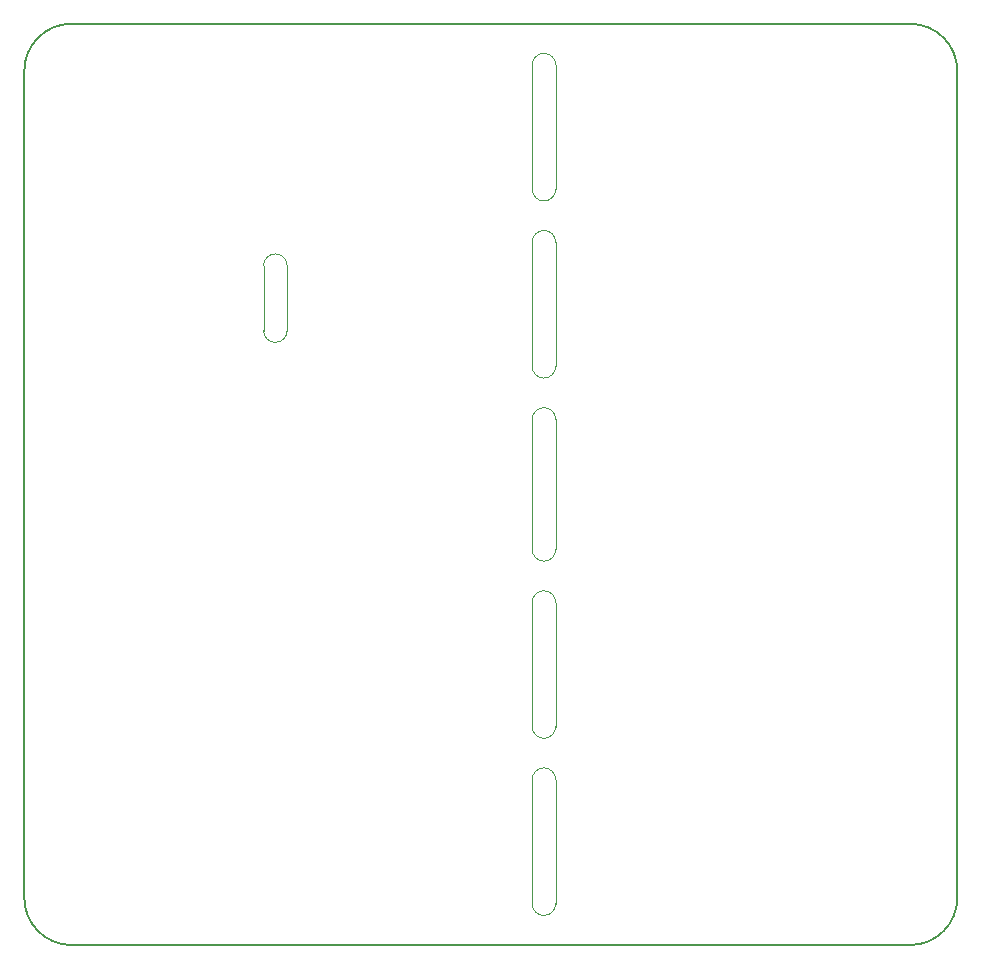
<source format=gbr>
%TF.GenerationSoftware,KiCad,Pcbnew,4.0.7*%
%TF.CreationDate,2018-06-17T00:12:40+02:00*%
%TF.ProjectId,HB-UNI-644,48422D554E492D3634342E6B69636164,rev?*%
%TF.FileFunction,Profile,NP*%
%FSLAX46Y46*%
G04 Gerber Fmt 4.6, Leading zero omitted, Abs format (unit mm)*
G04 Created by KiCad (PCBNEW 4.0.7) date 06/17/18 00:12:40*
%MOMM*%
%LPD*%
G01*
G04 APERTURE LIST*
%ADD10C,0.100000*%
%ADD11C,0.150000*%
G04 APERTURE END LIST*
D10*
X126000000Y-148500000D02*
X126000000Y-138000000D01*
X124000000Y-138000000D02*
X124000000Y-148500000D01*
X126000000Y-133500000D02*
X126000000Y-123000000D01*
X124000000Y-123000000D02*
X124000000Y-133500000D01*
X126000000Y-118500000D02*
X126000000Y-107500000D01*
X124000000Y-107500000D02*
X124000000Y-118500000D01*
X126000000Y-103000000D02*
X126000000Y-92500000D01*
X124000000Y-92500000D02*
X124000000Y-103000000D01*
X126000000Y-88000000D02*
X126000000Y-77500000D01*
X124000000Y-77500000D02*
X124000000Y-88000000D01*
X124000000Y-103000000D02*
G75*
G03X125000000Y-104000000I1000000J0D01*
G01*
X125000000Y-104000000D02*
G75*
G03X126000000Y-103000000I0J1000000D01*
G01*
X125000000Y-106500000D02*
G75*
G03X124000000Y-107500000I0J-1000000D01*
G01*
X126000000Y-107500000D02*
G75*
G03X125000000Y-106500000I-1000000J0D01*
G01*
X101259000Y-99978000D02*
G75*
G03X102259000Y-100978000I1000000J0D01*
G01*
X102259000Y-100978000D02*
G75*
G03X103259000Y-99978000I0J1000000D01*
G01*
X101259000Y-99978000D02*
X101259000Y-94978000D01*
X103259000Y-94978000D02*
X103259000Y-99978000D01*
X103259000Y-94478000D02*
G75*
G03X102259000Y-93478000I-1000000J0D01*
G01*
X102259000Y-93478000D02*
G75*
G03X101259000Y-94478000I0J-1000000D01*
G01*
X101259000Y-94478000D02*
X101259000Y-94978000D01*
X103259000Y-94478000D02*
X103259000Y-94978000D01*
X126000000Y-77500000D02*
G75*
G03X125000000Y-76500000I-1000000J0D01*
G01*
X125000000Y-76500000D02*
G75*
G03X124000000Y-77500000I0J-1000000D01*
G01*
X125000000Y-89000000D02*
G75*
G03X126000000Y-88000000I0J1000000D01*
G01*
X124000000Y-88000000D02*
G75*
G03X125000000Y-89000000I1000000J0D01*
G01*
X126000000Y-92500000D02*
G75*
G03X125000000Y-91500000I-1000000J0D01*
G01*
X125000000Y-91500000D02*
G75*
G03X124000000Y-92500000I0J-1000000D01*
G01*
X125000000Y-119500000D02*
G75*
G03X126000000Y-118500000I0J1000000D01*
G01*
X124000000Y-118500000D02*
G75*
G03X125000000Y-119500000I1000000J0D01*
G01*
X125000000Y-122000000D02*
G75*
G03X124000000Y-123000000I0J-1000000D01*
G01*
X126000000Y-123000000D02*
G75*
G03X125000000Y-122000000I-1000000J0D01*
G01*
X124000000Y-133500000D02*
G75*
G03X125000000Y-134500000I1000000J0D01*
G01*
X125000000Y-134500000D02*
G75*
G03X126000000Y-133500000I0J1000000D01*
G01*
X125000000Y-137000000D02*
G75*
G03X124000000Y-138000000I0J-1000000D01*
G01*
X126000000Y-138000000D02*
G75*
G03X125000000Y-137000000I-1000000J0D01*
G01*
X125000000Y-149500000D02*
G75*
G03X126000000Y-148500000I0J1000000D01*
G01*
X124000000Y-148500000D02*
G75*
G03X125000000Y-149500000I1000000J0D01*
G01*
D11*
X156000000Y-152000000D02*
G75*
G03X160000000Y-148000000I0J4000000D01*
G01*
X160000000Y-78000000D02*
G75*
G03X156000000Y-74000000I-4000000J0D01*
G01*
X85000000Y-74000000D02*
G75*
G03X81000000Y-78000000I0J-4000000D01*
G01*
X81000000Y-148000000D02*
G75*
G03X85000000Y-152000000I4000000J0D01*
G01*
X160000000Y-148000000D02*
X160000000Y-78000000D01*
X156000000Y-74000000D02*
X85000000Y-74000000D01*
X81000000Y-148000000D02*
X81000000Y-78000000D01*
X156000000Y-152000000D02*
X85000000Y-152000000D01*
M02*

</source>
